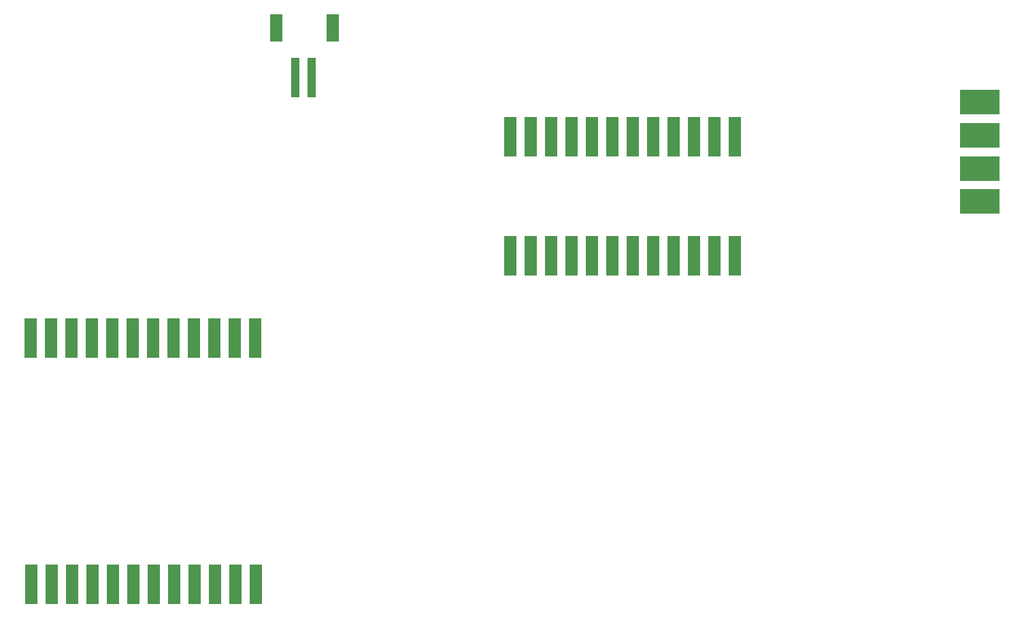
<source format=gbr>
%FSLAX34Y34*%
%MOMM*%
%LNSMDMASK_BOTTOM*%
G71*
G01*
%ADD10R,1.550X5.000*%
%ADD11R,5.000X3.050*%
%ADD12R,1.000X5.000*%
%ADD13R,1.500X3.400*%
%LPD*%
X477700Y1091000D02*
G54D10*
D03*
X452300Y1091000D02*
G54D10*
D03*
X426900Y1091000D02*
G54D10*
D03*
X401500Y1091000D02*
G54D10*
D03*
X376100Y1091000D02*
G54D10*
D03*
X350700Y1091000D02*
G54D10*
D03*
X325300Y1091000D02*
G54D10*
D03*
X299900Y1091000D02*
G54D10*
D03*
X274500Y1091000D02*
G54D10*
D03*
X249100Y1091000D02*
G54D10*
D03*
X223700Y1091000D02*
G54D10*
D03*
X198300Y1091000D02*
G54D10*
D03*
X478700Y785000D02*
G54D10*
D03*
X453300Y785000D02*
G54D10*
D03*
X427900Y785000D02*
G54D10*
D03*
X402500Y785000D02*
G54D10*
D03*
X377100Y785000D02*
G54D10*
D03*
X351700Y785000D02*
G54D10*
D03*
X326300Y785000D02*
G54D10*
D03*
X300900Y785000D02*
G54D10*
D03*
X275500Y785000D02*
G54D10*
D03*
X250100Y785000D02*
G54D10*
D03*
X224700Y785000D02*
G54D10*
D03*
X199300Y785000D02*
G54D10*
D03*
X1379400Y1385500D02*
G54D11*
D03*
X1379400Y1343500D02*
G54D11*
D03*
X1379400Y1302500D02*
G54D11*
D03*
X1379400Y1261500D02*
G54D11*
D03*
X1074700Y1194000D02*
G54D10*
D03*
X1049300Y1194000D02*
G54D10*
D03*
X1023900Y1194000D02*
G54D10*
D03*
X998500Y1194000D02*
G54D10*
D03*
X973100Y1194000D02*
G54D10*
D03*
X947700Y1194000D02*
G54D10*
D03*
X922300Y1194000D02*
G54D10*
D03*
X896900Y1194000D02*
G54D10*
D03*
X871500Y1194000D02*
G54D10*
D03*
X846100Y1194000D02*
G54D10*
D03*
X820700Y1194000D02*
G54D10*
D03*
X795300Y1194000D02*
G54D10*
D03*
X1074700Y1342000D02*
G54D10*
D03*
X1049300Y1342000D02*
G54D10*
D03*
X1023900Y1342000D02*
G54D10*
D03*
X998500Y1342000D02*
G54D10*
D03*
X973100Y1342000D02*
G54D10*
D03*
X947700Y1342000D02*
G54D10*
D03*
X922300Y1342000D02*
G54D10*
D03*
X896900Y1342000D02*
G54D10*
D03*
X871500Y1342000D02*
G54D10*
D03*
X846100Y1342000D02*
G54D10*
D03*
X820700Y1342000D02*
G54D10*
D03*
X795300Y1342000D02*
G54D10*
D03*
X548000Y1416000D02*
G54D12*
D03*
X528000Y1416000D02*
G54D12*
D03*
X504000Y1477000D02*
G54D13*
D03*
X574000Y1477000D02*
G54D13*
D03*
M02*

</source>
